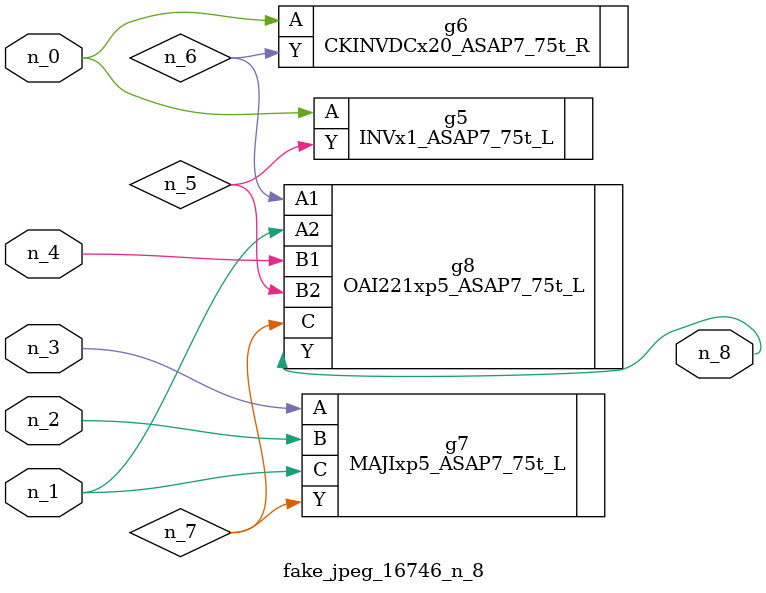
<source format=v>
module fake_jpeg_16746_n_8 (n_3, n_2, n_1, n_0, n_4, n_8);

input n_3;
input n_2;
input n_1;
input n_0;
input n_4;

output n_8;

wire n_6;
wire n_5;
wire n_7;

INVx1_ASAP7_75t_L g5 ( 
.A(n_0),
.Y(n_5)
);

CKINVDCx20_ASAP7_75t_R g6 ( 
.A(n_0),
.Y(n_6)
);

MAJIxp5_ASAP7_75t_L g7 ( 
.A(n_3),
.B(n_2),
.C(n_1),
.Y(n_7)
);

OAI221xp5_ASAP7_75t_L g8 ( 
.A1(n_6),
.A2(n_1),
.B1(n_4),
.B2(n_5),
.C(n_7),
.Y(n_8)
);


endmodule
</source>
